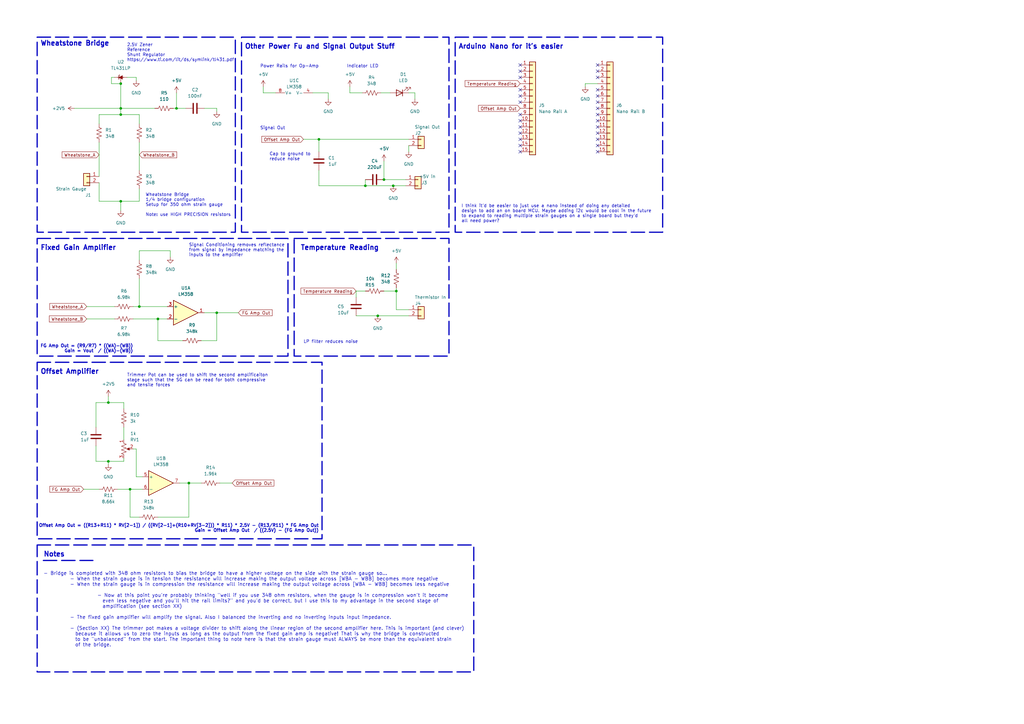
<source format=kicad_sch>
(kicad_sch (version 20230121) (generator eeschema)
  (paper "A3")
  (lib_symbols
    (symbol "Amplifier_Operational:LM358" (pin_names (offset 0.127))
      (property "Reference" "U" (at 0 5.08 0))
      (property "Value" "LM358" (at 0 -5.08 0))
      (symbol "LM358_1_1"
        (polyline (pts (xy -5.08 5.08) (xy 5.08 0) (xy -5.08 -5.08) (xy -5.08 5.08)) (stroke (width 0.254)) (fill (type background)))
        (pin output line (at 7.62 0 180) (length 2.54) (name "~") (number "1"))
        (pin input line (at -7.62 -2.54 0) (length 2.54) (name "-") (number "2"))
        (pin input line (at -7.62 2.54 0) (length 2.54) (name "+") (number "3"))
      )
      (symbol "LM358_2_1"
        (polyline (pts (xy -5.08 5.08) (xy 5.08 0) (xy -5.08 -5.08) (xy -5.08 5.08)) (stroke (width 0.254)) (fill (type background)))
        (pin input line (at -7.62 2.54 0) (length 2.54) (name "+") (number "5"))
        (pin input line (at -7.62 -2.54 0) (length 2.54) (name "-") (number "6"))
        (pin output line (at 7.62 0 180) (length 2.54) (name "~") (number "7"))
      )
      (symbol "LM358_3_1"
        (pin power_in line (at -2.54 -7.62 90) (length 3.81) (name "V-") (number "4"))
        (pin power_in line (at -2.54 7.62 270) (length 3.81) (name "V+") (number "8"))
      )
    )
    (symbol "Connector_Generic:Conn_01x02" (pin_names (offset 1.016) hide)
      (property "Reference" "J" (at 0 2.54 0))
      (property "Value" "Conn_01x02" (at 0 -5.08 0))
      (symbol "Conn_01x02_1_1"
        (rectangle (start -1.27 -2.413) (end 0 -2.667) (stroke (width 0.1524)))
        (rectangle (start -1.27 0.127) (end 0 -0.127) (stroke (width 0.1524)))
        (rectangle (start -1.27 1.27) (end 1.27 -3.81) (stroke (width 0.254)) (fill (type background)))
        (pin passive line (at -5.08 0 0) (length 3.81) (name "Pin_1") (number "1"))
        (pin passive line (at -5.08 -2.54 0) (length 3.81) (name "Pin_2") (number "2"))
      )
    )
    (symbol "Connector_Generic:Conn_01x15" (pin_names (offset 1.016) hide)
      (property "Reference" "J" (at 0 20.32 0))
      (property "Value" "Conn_01x15" (at 0 -20.32 0))
      (symbol "Conn_01x15_1_1"
        (rectangle (start -1.27 -17.653) (end 0 -17.907) (stroke (width 0.1524)))
        (rectangle (start -1.27 -15.113) (end 0 -15.367) (stroke (width 0.1524)))
        (rectangle (start -1.27 -12.573) (end 0 -12.827) (stroke (width 0.1524)))
        (rectangle (start -1.27 -10.033) (end 0 -10.287) (stroke (width 0.1524)))
        (rectangle (start -1.27 -7.493) (end 0 -7.747) (stroke (width 0.1524)))
        (rectangle (start -1.27 -4.953) (end 0 -5.207) (stroke (width 0.1524)))
        (rectangle (start -1.27 -2.413) (end 0 -2.667) (stroke (width 0.1524)))
        (rectangle (start -1.27 0.127) (end 0 -0.127) (stroke (width 0.1524)))
        (rectangle (start -1.27 2.667) (end 0 2.413) (stroke (width 0.1524)))
        (rectangle (start -1.27 5.207) (end 0 4.953) (stroke (width 0.1524)))
        (rectangle (start -1.27 7.747) (end 0 7.493) (stroke (width 0.1524)))
        (rectangle (start -1.27 10.287) (end 0 10.033) (stroke (width 0.1524)))
        (rectangle (start -1.27 12.827) (end 0 12.573) (stroke (width 0.1524)))
        (rectangle (start -1.27 15.367) (end 0 15.113) (stroke (width 0.1524)))
        (rectangle (start -1.27 17.907) (end 0 17.653) (stroke (width 0.1524)))
        (rectangle (start -1.27 19.05) (end 1.27 -19.05) (stroke (width 0.254)) (fill (type background)))
        (pin passive line (at -5.08 17.78 0) (length 3.81) (name "Pin_1") (number "1"))
        (pin passive line (at -5.08 -5.08 0) (length 3.81) (name "Pin_10") (number "10"))
        (pin passive line (at -5.08 -7.62 0) (length 3.81) (name "Pin_11") (number "11"))
        (pin passive line (at -5.08 -10.16 0) (length 3.81) (name "Pin_12") (number "12"))
        (pin passive line (at -5.08 -12.7 0) (length 3.81) (name "Pin_13") (number "13"))
        (pin passive line (at -5.08 -15.24 0) (length 3.81) (name "Pin_14") (number "14"))
        (pin passive line (at -5.08 -17.78 0) (length 3.81) (name "Pin_15") (number "15"))
        (pin passive line (at -5.08 15.24 0) (length 3.81) (name "Pin_2") (number "2"))
        (pin passive line (at -5.08 12.7 0) (length 3.81) (name "Pin_3") (number "3"))
        (pin passive line (at -5.08 10.16 0) (length 3.81) (name "Pin_4") (number "4"))
        (pin passive line (at -5.08 7.62 0) (length 3.81) (name "Pin_5") (number "5"))
        (pin passive line (at -5.08 5.08 0) (length 3.81) (name "Pin_6") (number "6"))
        (pin passive line (at -5.08 2.54 0) (length 3.81) (name "Pin_7") (number "7"))
        (pin passive line (at -5.08 0 0) (length 3.81) (name "Pin_8") (number "8"))
        (pin passive line (at -5.08 -2.54 0) (length 3.81) (name "Pin_9") (number "9"))
      )
    )
    (symbol "Device:C" (pin_numbers hide) (pin_names (offset 0.254))
      (property "Reference" "C" (at 0.635 2.54 0))
      (property "Value" "C" (at 0.635 -2.54 0))
      (symbol "C_0_1"
        (polyline (pts (xy -2.032 -0.762) (xy 2.032 -0.762)) (stroke (width 0.508)))
        (polyline (pts (xy -2.032 0.762) (xy 2.032 0.762)) (stroke (width 0.508)))
      )
      (symbol "C_1_1"
        (pin passive line (at 0 3.81 270) (length 2.794) (name "~") (number "1"))
        (pin passive line (at 0 -3.81 90) (length 2.794) (name "~") (number "2"))
      )
    )
    (symbol "Device:LED" (pin_numbers hide) (pin_names (offset 1.016) hide)
      (property "Reference" "D" (at 0 2.54 0))
      (property "Value" "LED" (at 0 -2.54 0))
      (symbol "LED_0_1"
        (polyline (pts (xy -1.27 -1.27) (xy -1.27 1.27)) (stroke (width 0.254)))
        (polyline (pts (xy -1.27 0) (xy 1.27 0)))
        (polyline (pts (xy 1.27 -1.27) (xy 1.27 1.27) (xy -1.27 0) (xy 1.27 -1.27)) (stroke (width 0.254)))
        (polyline (pts (xy -3.048 -0.762) (xy -4.572 -2.286) (xy -3.81 -2.286) (xy -4.572 -2.286) (xy -4.572 -1.524)))
        (polyline (pts (xy -1.778 -0.762) (xy -3.302 -2.286) (xy -2.54 -2.286) (xy -3.302 -2.286) (xy -3.302 -1.524)))
      )
      (symbol "LED_1_1"
        (pin passive line (at -3.81 0 0) (length 2.54) (name "K") (number "1"))
        (pin passive line (at 3.81 0 180) (length 2.54) (name "A") (number "2"))
      )
    )
    (symbol "Device:R_Potentiometer_US" (pin_names (offset 1.016) hide)
      (property "Reference" "RV" (at -4.445 0 90))
      (property "Value" "R_Potentiometer_US" (at -2.54 0 90))
      (symbol "R_Potentiometer_US_0_1"
        (polyline (pts (xy 0 -2.286) (xy 0 -2.54)))
        (polyline (pts (xy 0 2.54) (xy 0 2.286)))
        (polyline (pts (xy 2.54 0) (xy 1.524 0)))
        (polyline (pts (xy 1.143 0) (xy 2.286 0.508) (xy 2.286 -0.508) (xy 1.143 0)) (fill (type outline)))
        (polyline (pts (xy 0 -0.762) (xy 1.016 -1.143) (xy 0 -1.524) (xy -1.016 -1.905) (xy 0 -2.286)))
        (polyline (pts (xy 0 0.762) (xy 1.016 0.381) (xy 0 0) (xy -1.016 -0.381) (xy 0 -0.762)))
        (polyline (pts (xy 0 2.286) (xy 1.016 1.905) (xy 0 1.524) (xy -1.016 1.143) (xy 0 0.762)))
      )
      (symbol "R_Potentiometer_US_1_1"
        (pin passive line (at 0 3.81 270) (length 1.27) (name "1") (number "1"))
        (pin passive line (at 3.81 0 180) (length 1.27) (name "2") (number "2"))
        (pin passive line (at 0 -3.81 90) (length 1.27) (name "3") (number "3"))
      )
    )
    (symbol "Device:R_US" (pin_numbers hide) (pin_names (offset 0))
      (property "Reference" "R" (at 2.54 0 90))
      (property "Value" "R_US" (at -2.54 0 90))
      (symbol "R_US_0_1"
        (polyline (pts (xy 0 -2.286) (xy 0 -2.54)))
        (polyline (pts (xy 0 2.286) (xy 0 2.54)))
        (polyline (pts (xy 0 -0.762) (xy 1.016 -1.143) (xy 0 -1.524) (xy -1.016 -1.905) (xy 0 -2.286)))
        (polyline (pts (xy 0 0.762) (xy 1.016 0.381) (xy 0 0) (xy -1.016 -0.381) (xy 0 -0.762)))
        (polyline (pts (xy 0 2.286) (xy 1.016 1.905) (xy 0 1.524) (xy -1.016 1.143) (xy 0 0.762)))
      )
      (symbol "R_US_1_1"
        (pin passive line (at 0 3.81 270) (length 1.27) (name "~") (number "1"))
        (pin passive line (at 0 -3.81 90) (length 1.27) (name "~") (number "2"))
      )
    )
    (symbol "Reference_Voltage:TL431LP" (pin_numbers hide) (pin_names hide)
      (property "Reference" "U" (at -2.54 2.54 0))
      (property "Value" "TL431LP" (at 0 -2.54 0))
      (symbol "TL431LP_0_1"
        (polyline (pts (xy -1.27 0) (xy 0 0) (xy 1.27 0)))
        (polyline (pts (xy -0.762 0.762) (xy 0.762 0) (xy -0.762 -0.762)) (fill (type outline)))
        (polyline (pts (xy 0.508 -1.016) (xy 0.762 -0.762) (xy 0.762 0.762) (xy 0.762 0.762)) (stroke (width 0.254)))
      )
      (symbol "TL431LP_1_1"
        (pin passive line (at 0 2.54 270) (length 2.54) (name "REF") (number "1"))
        (pin passive line (at -2.54 0 0) (length 2.54) (name "A") (number "2"))
        (pin passive line (at 2.54 0 180) (length 2.54) (name "K") (number "3"))
      )
    )
    (symbol "power:+2V5" (power) (pin_names (offset 0))
      (property "Value" "+2V5" (at 0 3.556 0))
      (symbol "+2V5_0_1"
        (polyline (pts (xy -0.762 1.27) (xy 0 2.54)))
        (polyline (pts (xy 0 0) (xy 0 2.54)))
        (polyline (pts (xy 0 2.54) (xy 0.762 1.27)))
      )
      (symbol "+2V5_1_1"
        (pin power_in line (at 0 0 90) (length 0) hide (name "+2V5") (number "1"))
      )
    )
    (symbol "power:+5V" (power) (pin_names (offset 0))
      (property "Value" "+5V" (at 0 3.556 0))
      (symbol "+5V_0_1"
        (polyline (pts (xy -0.762 1.27) (xy 0 2.54)))
        (polyline (pts (xy 0 0) (xy 0 2.54)))
        (polyline (pts (xy 0 2.54) (xy 0.762 1.27)))
      )
      (symbol "+5V_1_1"
        (pin power_in line (at 0 0 90) (length 0) hide (name "+5V") (number "1"))
      )
    )
    (symbol "power:GND" (power) (pin_names (offset 0))
      (property "Value" "GND" (at 0 -3.81 0))
      (symbol "GND_0_1"
        (polyline (pts (xy 0 0) (xy 0 -1.27) (xy 1.27 -1.27) (xy 0 -2.54) (xy -1.27 -1.27) (xy 0 -1.27)))
      )
      (symbol "GND_1_1"
        (pin power_in line (at 0 0 270) (length 0) hide (name "GND") (number "1"))
      )
    )
  )
  (junction (at 49.53 46.99))
  (junction (at 88.9 128.27))
  (junction (at 154.94 129.54))
  (junction (at 57.15 125.73))
  (junction (at 49.53 34.29))
  (junction (at 149.86 76.2))
  (junction (at 162.56 119.38))
  (junction (at 44.45 189.23))
  (junction (at 64.77 130.81))
  (junction (at 44.45 165.1))
  (junction (at 49.53 44.45))
  (junction (at 53.34 200.66))
  (junction (at 77.47 198.12))
  (junction (at 161.29 76.2))
  (junction (at 49.53 82.55))
  (junction (at 157.48 73.66))
  (junction (at 72.39 44.45))
  (junction (at 130.81 57.15))
  (no_connect (at 245.11 44.45))
  (no_connect (at 213.36 49.53))
  (no_connect (at 245.11 41.91))
  (no_connect (at 213.36 62.23))
  (no_connect (at 213.36 36.83))
  (no_connect (at 213.36 26.67))
  (no_connect (at 245.11 62.23))
  (no_connect (at 213.36 39.37))
  (no_connect (at 245.11 49.53))
  (no_connect (at 213.36 54.61))
  (no_connect (at 245.11 31.75))
  (no_connect (at 213.36 46.99))
  (no_connect (at 245.11 59.69))
  (no_connect (at 245.11 29.21))
  (no_connect (at 245.11 57.15))
  (no_connect (at 245.11 54.61))
  (no_connect (at 213.36 29.21))
  (no_connect (at 245.11 39.37))
  (no_connect (at 245.11 46.99))
  (no_connect (at 245.11 26.67))
  (no_connect (at 245.11 36.83))
  (no_connect (at 213.36 59.69))
  (no_connect (at 213.36 41.91))
  (no_connect (at 213.36 52.07))
  (no_connect (at 245.11 52.07))
  (no_connect (at 213.36 57.15))
  (no_connect (at 213.36 31.75))
  (wire (pts (xy 162.56 107.95) (xy 162.56 110.49)))
  (wire (pts (xy 130.81 57.15) (xy 130.81 62.23)))
  (wire (pts (xy 143.51 35.56) (xy 143.51 38.1)))
  (wire (pts (xy 167.64 59.69) (xy 167.64 62.23)))
  (wire (pts (xy 53.34 200.66) (xy 58.42 200.66)))
  (wire (pts (xy 167.64 127) (xy 162.56 127)))
  (wire (pts (xy 40.64 74.93) (xy 40.64 82.55)))
  (wire (pts (xy 39.37 165.1) (xy 44.45 165.1)))
  (wire (pts (xy 107.95 35.56) (xy 107.95 38.1)))
  (wire (pts (xy 57.15 58.42) (xy 57.15 69.85)))
  (wire (pts (xy 130.81 57.15) (xy 167.64 57.15)))
  (wire (pts (xy 44.45 189.23) (xy 39.37 189.23)))
  (wire (pts (xy 90.17 198.12) (xy 95.25 198.12)))
  (wire (pts (xy 57.15 77.47) (xy 57.15 82.55)))
  (wire (pts (xy 39.37 189.23) (xy 39.37 182.88)))
  (wire (pts (xy 107.95 38.1) (xy 113.03 38.1)))
  (wire (pts (xy 157.48 66.04) (xy 157.48 73.66)))
  (wire (pts (xy 83.82 128.27) (xy 88.9 128.27)))
  (wire (pts (xy 64.77 130.81) (xy 68.58 130.81)))
  (wire (pts (xy 53.34 212.09) (xy 53.34 200.66)))
  (wire (pts (xy 57.15 106.68) (xy 57.15 102.87)))
  (wire (pts (xy 54.61 184.15) (xy 55.88 184.15)))
  (wire (pts (xy 40.64 58.42) (xy 40.64 72.39)))
  (wire (pts (xy 88.9 45.72) (xy 88.9 44.45)))
  (wire (pts (xy 49.53 82.55) (xy 49.53 86.36)))
  (wire (pts (xy 69.85 102.87) (xy 69.85 105.41)))
  (wire (pts (xy 55.88 31.75) (xy 55.88 33.02)))
  (wire (pts (xy 50.8 165.1) (xy 50.8 167.64)))
  (wire (pts (xy 55.88 184.15) (xy 55.88 195.58)))
  (wire (pts (xy 240.03 35.56) (xy 240.03 34.29)))
  (wire (pts (xy 162.56 127) (xy 162.56 119.38)))
  (wire (pts (xy 44.45 162.56) (xy 44.45 165.1)))
  (wire (pts (xy 49.53 44.45) (xy 49.53 46.99)))
  (wire (pts (xy 40.64 46.99) (xy 49.53 46.99)))
  (wire (pts (xy 49.53 46.99) (xy 57.15 46.99)))
  (wire (pts (xy 48.26 200.66) (xy 53.34 200.66)))
  (wire (pts (xy 77.47 198.12) (xy 82.55 198.12)))
  (wire (pts (xy 134.62 38.1) (xy 134.62 40.64)))
  (wire (pts (xy 55.88 195.58) (xy 58.42 195.58)))
  (wire (pts (xy 154.94 129.54) (xy 167.64 129.54)))
  (wire (pts (xy 88.9 128.27) (xy 97.79 128.27)))
  (wire (pts (xy 50.8 187.96) (xy 50.8 189.23)))
  (wire (pts (xy 88.9 139.7) (xy 82.55 139.7)))
  (wire (pts (xy 35.56 125.73) (xy 46.99 125.73)))
  (wire (pts (xy 46.99 31.75) (xy 45.72 31.75)))
  (wire (pts (xy 35.56 130.81) (xy 46.99 130.81)))
  (wire (pts (xy 149.86 73.66) (xy 149.86 76.2)))
  (wire (pts (xy 50.8 189.23) (xy 44.45 189.23)))
  (wire (pts (xy 130.81 76.2) (xy 149.86 76.2)))
  (wire (pts (xy 49.53 44.45) (xy 63.5 44.45)))
  (wire (pts (xy 45.72 31.75) (xy 45.72 34.29)))
  (wire (pts (xy 130.81 69.85) (xy 130.81 76.2)))
  (wire (pts (xy 156.21 38.1) (xy 160.02 38.1)))
  (wire (pts (xy 49.53 82.55) (xy 57.15 82.55)))
  (wire (pts (xy 128.27 38.1) (xy 134.62 38.1)))
  (wire (pts (xy 72.39 38.1) (xy 72.39 44.45)))
  (wire (pts (xy 45.72 34.29) (xy 49.53 34.29)))
  (wire (pts (xy 146.05 129.54) (xy 154.94 129.54)))
  (wire (pts (xy 49.53 34.29) (xy 49.53 44.45)))
  (wire (pts (xy 146.05 121.92) (xy 146.05 119.38)))
  (wire (pts (xy 34.29 200.66) (xy 40.64 200.66)))
  (wire (pts (xy 240.03 34.29) (xy 245.11 34.29)))
  (wire (pts (xy 40.64 82.55) (xy 49.53 82.55)))
  (wire (pts (xy 73.66 198.12) (xy 77.47 198.12)))
  (wire (pts (xy 50.8 175.26) (xy 50.8 180.34)))
  (wire (pts (xy 44.45 165.1) (xy 50.8 165.1)))
  (wire (pts (xy 44.45 189.23) (xy 44.45 190.5)))
  (wire (pts (xy 170.18 38.1) (xy 170.18 40.64)))
  (wire (pts (xy 74.93 139.7) (xy 64.77 139.7)))
  (wire (pts (xy 149.86 76.2) (xy 161.29 76.2)))
  (wire (pts (xy 88.9 44.45) (xy 83.82 44.45)))
  (wire (pts (xy 124.46 57.15) (xy 130.81 57.15)))
  (wire (pts (xy 54.61 130.81) (xy 64.77 130.81)))
  (wire (pts (xy 39.37 175.26) (xy 39.37 165.1)))
  (wire (pts (xy 143.51 38.1) (xy 148.59 38.1)))
  (wire (pts (xy 57.15 46.99) (xy 57.15 50.8)))
  (wire (pts (xy 64.77 139.7) (xy 64.77 130.81)))
  (wire (pts (xy 40.64 46.99) (xy 40.64 50.8)))
  (wire (pts (xy 57.15 114.3) (xy 57.15 125.73)))
  (wire (pts (xy 157.48 73.66) (xy 166.37 73.66)))
  (wire (pts (xy 64.77 212.09) (xy 77.47 212.09)))
  (wire (pts (xy 146.05 119.38) (xy 149.86 119.38)))
  (wire (pts (xy 57.15 212.09) (xy 53.34 212.09)))
  (wire (pts (xy 57.15 125.73) (xy 68.58 125.73)))
  (wire (pts (xy 77.47 212.09) (xy 77.47 198.12)))
  (wire (pts (xy 30.48 44.45) (xy 49.53 44.45)))
  (wire (pts (xy 52.07 31.75) (xy 55.88 31.75)))
  (wire (pts (xy 161.29 76.2) (xy 166.37 76.2)))
  (wire (pts (xy 57.15 102.87) (xy 69.85 102.87)))
  (wire (pts (xy 71.12 44.45) (xy 72.39 44.45)))
  (wire (pts (xy 162.56 119.38) (xy 162.56 118.11)))
  (wire (pts (xy 88.9 128.27) (xy 88.9 139.7)))
  (wire (pts (xy 157.48 119.38) (xy 162.56 119.38)))
  (wire (pts (xy 72.39 44.45) (xy 76.2 44.45)))
  (wire (pts (xy 167.64 38.1) (xy 170.18 38.1)))
  (wire (pts (xy 54.61 125.73) (xy 57.15 125.73)))
  (rectangle (start 186.69 15.24) (end 271.78 95.25) (stroke (width 0.5) (type dash)))
  (rectangle (start 99.06 15.24) (end 184.15 95.25) (stroke (width 0.5) (type dash)))
  (rectangle (start 15.24 15.24) (end 96.52 95.25) (stroke (width 0.5) (type dash)))
  (rectangle (start 15.24 97.79) (end 118.11 146.05) (stroke (width 0.5) (type dash)))
  (rectangle (start 17.78 229.87) (end 38.1 229.87) (stroke (width 0.5) (type dash)))
  (rectangle (start 120.65 97.79) (end 184.15 146.05) (stroke (width 0.5) (type dash)))
  (rectangle (start 15.24 148.59) (end 132.08 220.98) (stroke (width 0.5) (type dash)))
  (rectangle (start 15.24 223.52) (end 194.31 275.59) (stroke (width 0.5) (type dash)))
  (text "- Bridge is completed with 348 ohm resistors to bias the bridge to have a higher voltage on the side with the strain gauge so...\n		- When the strain gauge is in tension the resistance will increase making the output voltage across [WBA - WBB] becomes more negative\n		- When the strain gauge is in compression the resistance will increase making the output voltage across [WBA - WBB] becomes less negative\n\n				- Now at this point you're probably thinking \"well if you use 348 ohm resistors, when the gauge is in compression won't it become \n				  even less negative and you'll hit the rail limits?\" and you'd be correct, but I use this to my advantage in the second stage of \n				  amplification (see section XX)\n\n		- The fixed gain amplifier will amplify the signal. Also I balanced the inverting and no inverting inputs input impedance. \n\n		- (Section XX) The trimmer pot makes a voltage divider to shift along the linear region of the second amplifier here. This is important (and clever)\n		  because it allows us to zero the inputs as long as the output from the fixed gain amp is negative! That is why the bridge is constructed\n		  to be \"unbalanced\" from the start. The important thing to note here is that the strain gauge must ALWAYS be more than the equivalent strain \n		  of the bridge. " (at 17.78 265.43 0) (effects (font (size 1.4 1.4)) (justify left bottom)))
  (text "Cap to ground to \nreduce noise" (at 110.49 66.04 0) (effects (font (size 1.27 1.27)) (justify left bottom)))
  (text "Offset Amplifier" (at 16.51 153.67 0) (effects (font (size 2 2) (thickness 0.4) bold) (justify left bottom)))
  (text "Fixed Gain Amplifier" (at 16.51 102.87 0) (effects (font (size 2 2) (thickness 0.4) bold) (justify left bottom)))
  (text "Wheatstone Bridge\n1/4 bridge configuration\nSetup for 350 ohm strain gauge\n\nNote: use HIGH PRECISION resistors\n" (at 59.69 88.9 0) (effects (font (size 1.27 1.27)) (justify left bottom)))
  (text "FG Amp Out = (R9/R7) * ((WA)-(WB))\n      Gain = Vout  / ((WA)-(WB))" (at 54.61 144.78 0) (effects (font (size 1.27 1.27) (thickness 0.254) bold) (justify right bottom)))
  (text "Arduino Nano for it's easier" (at 187.96 20.32 0) (effects (font (size 2 2) (thickness 0.4) bold) (justify left bottom)))
  (text "2.5V Zener \nReference\nShunt Regulator\nhttps://www.ti.com/lit/ds/symlink/tl431.pdf" (at 52.07 25.4 0) (effects (font (size 1.27 1.27)) (justify left bottom)))
  (text "Signal Out" (at 106.68 53.34 0) (effects (font (size 1.27 1.27)) (justify left bottom)))
  (text "Signal Conditioning removes reflectance\nfrom signal by impedance matching the\ninputs to the amplifier" (at 77.47 105.41 0) (effects (font (size 1.27 1.27)) (justify left bottom)))
  (text "Indicator LED" (at 142.24 27.94 0) (effects (font (size 1.27 1.27)) (justify left bottom)))
  (text "Trimmer Pot can be used to shift the second amplificaiton\nstage such that the SG can be read for both compressive\nand tensile forces" (at 52.07 158.75 0) (effects (font (size 1.27 1.27)) (justify left bottom)))
  (text "Notes\n" (at 17.78 228.6 0) (effects (font (size 2 2) (thickness 0.4) bold) (justify left bottom)))
  (text "Other Power Fu and Signal Output Stuff" (at 100.33 20.32 0) (effects (font (size 2 2) (thickness 0.4) bold) (justify left bottom)))
  (text "I think it'd be easier to just use a nano instead of doing any detailed\ndesign to add an on board MCU. Maybe adding i2c would be cool in the future\nto expand to reading multiple strain gauges on a single board but they'd \nall need power?" (at 189.23 91.44 0) (effects (font (size 1.27 1.27)) (justify left bottom)))
  (text "Temperature Reading" (at 123.19 102.87 0) (effects (font (size 2 2) (thickness 0.4) bold) (justify left bottom)))
  (text "Offset Amp Out = ((R13+R11) * RV[2-1]) / ((RV[2-1]+(R10+RV[3-2])) * R11) * 2.5V - (R13/R11) * FG Amp Out\n      														Gain = Offset Amp Out  / ((2.5V) - (FG Amp Out))" (at 130.81 218.44 0) (effects (font (size 1.27 1.27) (thickness 0.254) bold) (justify right bottom)))
  (text "LP filter reduces noise" (at 124.46 140.97 0) (effects (font (size 1.27 1.27)) (justify left bottom)))
  (text "Power Rails for Op-Amp" (at 106.68 27.94 0) (effects (font (size 1.27 1.27)) (justify left bottom)))
  (text "Wheatstone Bridge" (at 16.51 19.05 0) (effects (font (size 2 2) (thickness 0.4) bold) (justify left bottom)))
  (global_label "Temperature Reading" (shape input) (at 146.05 119.38 180) (property "Intersheetrefs" "${INTERSHEET_REFS}" (effects hide)))
  (global_label "Wheatstone_A" (shape input) (at 40.64 63.5 180) (property "Intersheetrefs" "${INTERSHEET_REFS}" (effects hide)))
  (global_label "Offset Amp Out" (shape input) (at 95.25 198.12 0) (property "Intersheetrefs" "${INTERSHEET_REFS}" (effects hide)))
  (global_label "Offset Amp Out" (shape input) (at 124.46 57.15 180) (property "Intersheetrefs" "${INTERSHEET_REFS}" (effects hide)))
  (global_label "Wheatstone_B" (shape input) (at 35.56 130.81 180) (property "Intersheetrefs" "${INTERSHEET_REFS}" (effects hide)))
  (global_label "Offset Amp Out" (shape input) (at 213.36 44.45 180) (property "Intersheetrefs" "${INTERSHEET_REFS}" (effects hide)))
  (global_label "FG Amp Out" (shape input) (at 34.29 200.66 180) (property "Intersheetrefs" "${INTERSHEET_REFS}" (effects hide)))
  (global_label "Wheatstone_B" (shape input) (at 57.15 63.5 0) (property "Intersheetrefs" "${INTERSHEET_REFS}" (effects hide)))
  (global_label "FG Amp Out" (shape input) (at 97.79 128.27 0) (property "Intersheetrefs" "${INTERSHEET_REFS}" (effects hide)))
  (global_label "Wheatstone_A" (shape input) (at 35.56 125.73 180) (property "Intersheetrefs" "${INTERSHEET_REFS}" (effects hide)))
  (global_label "Temperature Reading" (shape input) (at 213.36 34.29 180) (property "Intersheetrefs" "${INTERSHEET_REFS}" (effects hide)))
  (symbol (lib_id "Connector_Generic:Conn_01x15") (at 250.19 44.45 0) (unit 1)
    (property "Reference" "J6" (at 252.73 43.18 0) (effects (justify left)))
    (property "Value" "Nano Rail B" (at 252.73 45.72 0) (effects (justify left)))
  )
  (symbol (lib_id "Amplifier_Operational:LM358") (at 66.04 198.12 0) (unit 2)
    (property "Reference" "U1" (at 66.04 187.96 0))
    (property "Value" "LM358" (at 66.04 190.5 0))
    (property "Datasheet" "http://www.ti.com/lit/ds/symlink/lm2904-n.pdf" (effects hide))
  )
  (symbol (lib_id "power:GND") (at 88.9 45.72 0) (unit 1)
    (property "Reference" "#PWR02" (effects hide))
    (property "Value" "GND" (at 88.9 50.8 0))
  )
  (symbol (lib_id "Connector_Generic:Conn_01x02") (at 35.56 72.39 0) (mirror y) (unit 1)
    (property "Reference" "J1" (at 36.195 80.01 0))
    (property "Value" "Strain Gauge" (at 29.21 77.47 0))
  )
  (symbol (lib_id "Device:R_US") (at 67.31 44.45 90) (unit 1)
    (property "Reference" "R5" (at 67.31 38.1 90))
    (property "Value" "110" (at 67.31 40.64 90))
  )
  (symbol (lib_id "Device:R_US") (at 44.45 200.66 90) (unit 1)
    (property "Reference" "R11" (at 44.45 203.2 90))
    (property "Value" "8.66k" (at 44.45 205.74 90))
  )
  (symbol (lib_id "Device:R_US") (at 78.74 139.7 270) (unit 1)
    (property "Reference" "R9" (at 78.74 133.35 90))
    (property "Value" "348k" (at 78.74 135.89 90))
  )
  (symbol (lib_id "power:+5V") (at 107.95 35.56 0) (unit 1)
    (property "Reference" "#PWR09" (effects hide))
    (property "Value" "+5V" (at 107.95 30.48 0))
  )
  (symbol (lib_id "Device:R_US") (at 40.64 54.61 0) (unit 1)
    (property "Reference" "R1" (at 43.18 53.34 0) (effects (justify left)))
    (property "Value" "348" (at 43.18 55.88 0) (effects (justify left)))
  )
  (symbol (lib_id "power:+5V") (at 157.48 66.04 0) (unit 1)
    (property "Reference" "#PWR013" (effects hide))
    (property "Value" "+5V" (at 157.48 60.96 0))
  )
  (symbol (lib_id "Device:R_Potentiometer_US") (at 50.8 184.15 0) (unit 1)
    (property "Reference" "RV1" (at 57.15 180.34 0) (effects (justify right)))
    (property "Value" "1k" (at 55.88 177.8 0) (effects (justify right)))
  )
  (symbol (lib_id "power:GND") (at 134.62 40.64 0) (unit 1)
    (property "Reference" "#PWR010" (effects hide))
    (property "Value" "GND" (at 134.62 45.72 0))
  )
  (symbol (lib_id "Device:R_US") (at 60.96 212.09 270) (unit 1)
    (property "Reference" "R13" (at 60.96 205.74 90))
    (property "Value" "348k" (at 60.96 208.28 90))
  )
  (symbol (lib_id "power:+2V5") (at 44.45 162.56 0) (unit 1)
    (property "Reference" "#PWR07" (effects hide))
    (property "Value" "+2V5" (at 44.45 157.48 0))
  )
  (symbol (lib_id "Device:C") (at 146.05 125.73 180) (unit 1)
    (property "Reference" "C5" (at 138.43 125.73 0) (effects (justify right)))
    (property "Value" "10uF" (at 138.43 128.27 0) (effects (justify right)))
  )
  (symbol (lib_id "power:GND") (at 44.45 190.5 0) (unit 1)
    (property "Reference" "#PWR08" (effects hide))
    (property "Value" "GND" (at 44.45 195.58 0))
  )
  (symbol (lib_id "Device:R_US") (at 50.8 171.45 0) (unit 1)
    (property "Reference" "R10" (at 53.34 170.18 0) (effects (justify left)))
    (property "Value" "3k" (at 53.34 172.72 0) (effects (justify left)))
  )
  (symbol (lib_id "Device:R_US") (at 86.36 198.12 270) (unit 1)
    (property "Reference" "R14" (at 86.36 191.77 90))
    (property "Value" "1.96k" (at 86.36 194.31 90))
  )
  (symbol (lib_id "Device:R_US") (at 50.8 125.73 90) (unit 1)
    (property "Reference" "R6" (at 50.8 119.38 90))
    (property "Value" "6.98k" (at 50.8 121.92 90))
  )
  (symbol (lib_id "Amplifier_Operational:LM358") (at 76.2 128.27 0) (unit 1)
    (property "Reference" "U1" (at 76.2 118.11 0))
    (property "Value" "LM358" (at 76.2 120.65 0))
    (property "Datasheet" "http://www.ti.com/lit/ds/symlink/lm2904-n.pdf" (effects hide))
  )
  (symbol (lib_id "Device:R_US") (at 57.15 110.49 180) (unit 1)
    (property "Reference" "R8" (at 59.69 109.22 0) (effects (justify right)))
    (property "Value" "348k" (at 59.69 111.76 0) (effects (justify right)))
  )
  (symbol (lib_id "Connector_Generic:Conn_01x15") (at 218.44 44.45 0) (unit 1)
    (property "Reference" "J5" (at 220.98 43.18 0) (effects (justify left)))
    (property "Value" "Nano Rail A" (at 220.98 45.72 0) (effects (justify left)))
  )
  (symbol (lib_id "Reference_Voltage:TL431LP") (at 49.53 31.75 180) (unit 1)
    (property "Reference" "U2" (at 49.53 25.4 0))
    (property "Value" "TL431LP" (at 49.53 27.94 0))
    (property "Footprint" "Package_TO_SOT_THT:TO-92_Inline" (effects hide))
    (property "Datasheet" "http://www.ti.com/lit/ds/symlink/tl431.pdf" (effects hide))
  )
  (symbol (lib_id "Device:C") (at 130.81 66.04 0) (unit 1)
    (property "Reference" "C1" (at 134.62 64.77 0) (effects (justify left)))
    (property "Value" "1uF" (at 134.62 67.31 0) (effects (justify left)))
  )
  (symbol (lib_id "power:GND") (at 55.88 33.02 0) (unit 1)
    (property "Reference" "#PWR01" (effects hide))
    (property "Value" "GND" (at 55.88 38.1 0))
  )
  (symbol (lib_id "Device:R_US") (at 57.15 54.61 0) (unit 1)
    (property "Reference" "R2" (at 59.69 53.34 0) (effects (justify left)))
    (property "Value" "348" (at 59.69 55.88 0) (effects (justify left)))
  )
  (symbol (lib_id "power:GND") (at 167.64 62.23 0) (unit 1)
    (property "Reference" "#PWR014" (effects hide))
    (property "Value" "GND" (at 167.64 67.31 0))
  )
  (symbol (lib_id "Connector_Generic:Conn_01x02") (at 172.72 57.15 0) (unit 1)
    (property "Reference" "J2" (at 171.45 54.61 0))
    (property "Value" "Signal Out" (at 175.26 52.07 0))
  )
  (symbol (lib_id "Device:C") (at 80.01 44.45 90) (unit 1)
    (property "Reference" "C2" (at 80.01 36.83 90))
    (property "Value" "100nF" (at 80.01 39.37 90))
  )
  (symbol (lib_id "Device:R_US") (at 152.4 38.1 90) (unit 1)
    (property "Reference" "R4" (at 152.4 31.75 90))
    (property "Value" "348" (at 152.4 34.29 90))
  )
  (symbol (lib_id "power:+5V") (at 143.51 35.56 0) (unit 1)
    (property "Reference" "#PWR011" (effects hide))
    (property "Value" "+5V" (at 143.51 30.48 0))
  )
  (symbol (lib_id "power:GND") (at 49.53 86.36 0) (unit 1)
    (property "Reference" "#PWR05" (effects hide))
    (property "Value" "GND" (at 49.53 91.44 0))
  )
  (symbol (lib_id "Device:R_US") (at 50.8 130.81 90) (unit 1)
    (property "Reference" "R7" (at 50.8 134.62 90))
    (property "Value" "6.98k" (at 50.8 137.16 90))
  )
  (symbol (lib_id "power:GND") (at 69.85 105.41 0) (unit 1)
    (property "Reference" "#PWR06" (effects hide))
    (property "Value" "GND" (at 69.85 110.49 0))
  )
  (symbol (lib_id "power:+5V") (at 162.56 107.95 0) (unit 1)
    (property "Reference" "#PWR016" (effects hide))
    (property "Value" "+5V" (at 162.56 102.87 0))
  )
  (symbol (lib_id "power:GND") (at 161.29 76.2 0) (unit 1)
    (property "Reference" "#PWR015" (effects hide))
    (property "Value" "GND" (at 161.29 81.28 0))
  )
  (symbol (lib_id "Device:R_US") (at 57.15 73.66 0) (unit 1)
    (property "Reference" "R3" (at 59.69 72.39 0) (effects (justify left)))
    (property "Value" "348" (at 59.69 74.93 0) (effects (justify left)))
  )
  (symbol (lib_id "power:+5V") (at 72.39 38.1 0) (unit 1)
    (property "Reference" "#PWR03" (effects hide))
    (property "Value" "+5V" (at 72.39 33.02 0))
  )
  (symbol (lib_id "power:GND") (at 170.18 40.64 0) (unit 1)
    (property "Reference" "#PWR012" (effects hide))
    (property "Value" "GND" (at 170.18 45.72 0))
  )
  (symbol (lib_id "Device:C") (at 153.67 73.66 90) (unit 1)
    (property "Reference" "C4" (at 153.67 66.04 90))
    (property "Value" "220uF" (at 153.67 68.58 90))
  )
  (symbol (lib_id "power:GND") (at 240.03 35.56 0) (unit 1)
    (property "Reference" "#PWR018" (effects hide))
    (property "Value" "GND" (at 240.03 40.64 0))
  )
  (symbol (lib_id "power:+2V5") (at 30.48 44.45 90) (unit 1)
    (property "Reference" "#PWR04" (effects hide))
    (property "Value" "+2V5" (at 26.67 44.45 90) (effects (justify left)))
  )
  (symbol (lib_id "Device:R_US") (at 162.56 114.3 0) (unit 1)
    (property "Reference" "R12" (at 156.21 113.03 0) (effects (justify left)))
    (property "Value" "348" (at 156.21 115.57 0) (effects (justify left)))
  )
  (symbol (lib_id "Amplifier_Operational:LM358") (at 120.65 35.56 90) (unit 3)
    (property "Reference" "U1" (at 120.65 33.02 90))
    (property "Value" "LM358" (at 120.65 35.56 90))
    (property "Datasheet" "http://www.ti.com/lit/ds/symlink/lm2904-n.pdf" (effects hide))
  )
  (symbol (lib_id "Device:C") (at 39.37 179.07 0) (unit 1)
    (property "Reference" "C3" (at 33.02 177.8 0) (effects (justify left)))
    (property "Value" "1uF" (at 33.02 180.34 0) (effects (justify left)))
  )
  (symbol (lib_id "Device:LED") (at 163.83 38.1 180) (unit 1)
    (property "Reference" "D1" (at 165.4175 30.48 0))
    (property "Value" "LED" (at 165.4175 33.02 0))
  )
  (symbol (lib_id "Connector_Generic:Conn_01x02") (at 171.45 73.66 0) (unit 1)
    (property "Reference" "J3" (at 173.99 74.93 0))
    (property "Value" "+5V in" (at 175.26 72.39 0))
  )
  (symbol (lib_id "Device:R_US") (at 153.67 119.38 90) (unit 1)
    (property "Reference" "R15" (at 153.67 116.84 90) (effects (justify left)))
    (property "Value" "10k" (at 153.67 114.3 90) (effects (justify left)))
  )
  (symbol (lib_id "power:GND") (at 154.94 129.54 0) (unit 1)
    (property "Reference" "#PWR017" (effects hide))
    (property "Value" "GND" (at 154.94 134.62 0))
  )
  (symbol (lib_id "Connector_Generic:Conn_01x02") (at 172.72 127 0) (unit 1)
    (property "Reference" "J4" (at 171.45 124.46 0))
    (property "Value" "Thermistor In" (at 176.53 121.92 0))
  )
)
</source>
